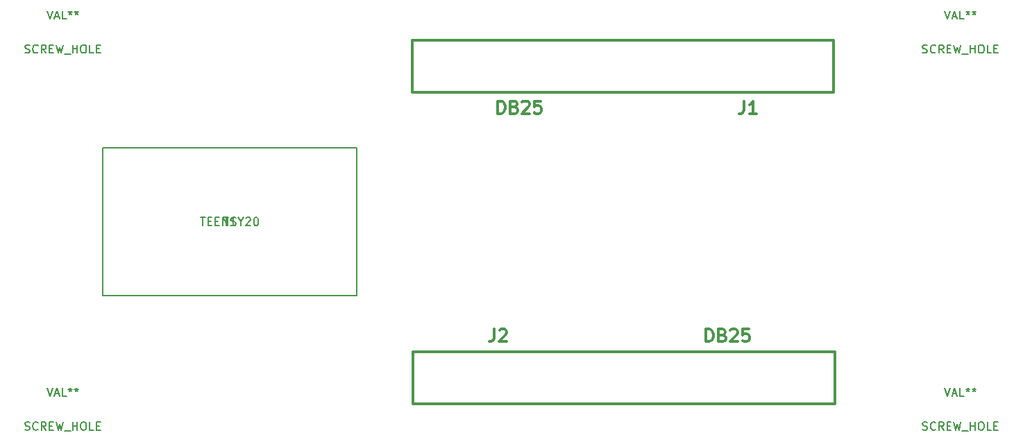
<source format=gto>
G04 #@! TF.FileFunction,Legend,Top*
%FSLAX46Y46*%
G04 Gerber Fmt 4.6, Leading zero omitted, Abs format (unit mm)*
G04 Created by KiCad (PCBNEW 4.0.7) date 12/13/17 15:12:22*
%MOMM*%
%LPD*%
G01*
G04 APERTURE LIST*
%ADD10C,0.100000*%
%ADD11C,0.150000*%
%ADD12C,0.304800*%
G04 APERTURE END LIST*
D10*
D11*
X8500000Y-17500000D02*
X39500000Y-17500000D01*
X39500000Y-17500000D02*
X39500000Y-35500000D01*
X39500000Y-35500000D02*
X8500000Y-35500000D01*
X8500000Y-35500000D02*
X8500000Y-17500000D01*
D12*
X46346000Y-42325000D02*
X46346000Y-42325000D01*
X46346000Y-42325000D02*
X46346000Y-48675000D01*
X46346000Y-48675000D02*
X97781000Y-48675000D01*
X97781000Y-48675000D02*
X97781000Y-42325000D01*
X97781000Y-42325000D02*
X46473000Y-42325000D01*
X46473000Y-42325000D02*
X46346000Y-42325000D01*
X97654000Y-10675000D02*
X97654000Y-10675000D01*
X97654000Y-10675000D02*
X97654000Y-4325000D01*
X97654000Y-4325000D02*
X46219000Y-4325000D01*
X46219000Y-4325000D02*
X46219000Y-10675000D01*
X46219000Y-10675000D02*
X97527000Y-10675000D01*
X97527000Y-10675000D02*
X97654000Y-10675000D01*
D11*
X23238095Y-25952381D02*
X23809524Y-25952381D01*
X23523809Y-26952381D02*
X23523809Y-25952381D01*
X24666667Y-26952381D02*
X24095238Y-26952381D01*
X24380952Y-26952381D02*
X24380952Y-25952381D01*
X24285714Y-26095238D01*
X24190476Y-26190476D01*
X24095238Y-26238095D01*
X20428571Y-25952381D02*
X21000000Y-25952381D01*
X20714285Y-26952381D02*
X20714285Y-25952381D01*
X21333333Y-26428571D02*
X21666667Y-26428571D01*
X21809524Y-26952381D02*
X21333333Y-26952381D01*
X21333333Y-25952381D01*
X21809524Y-25952381D01*
X22238095Y-26428571D02*
X22571429Y-26428571D01*
X22714286Y-26952381D02*
X22238095Y-26952381D01*
X22238095Y-25952381D01*
X22714286Y-25952381D01*
X23142857Y-26952381D02*
X23142857Y-25952381D01*
X23714286Y-26952381D01*
X23714286Y-25952381D01*
X24142857Y-26904762D02*
X24285714Y-26952381D01*
X24523810Y-26952381D01*
X24619048Y-26904762D01*
X24666667Y-26857143D01*
X24714286Y-26761905D01*
X24714286Y-26666667D01*
X24666667Y-26571429D01*
X24619048Y-26523810D01*
X24523810Y-26476190D01*
X24333333Y-26428571D01*
X24238095Y-26380952D01*
X24190476Y-26333333D01*
X24142857Y-26238095D01*
X24142857Y-26142857D01*
X24190476Y-26047619D01*
X24238095Y-26000000D01*
X24333333Y-25952381D01*
X24571429Y-25952381D01*
X24714286Y-26000000D01*
X25333333Y-26476190D02*
X25333333Y-26952381D01*
X25000000Y-25952381D02*
X25333333Y-26476190D01*
X25666667Y-25952381D01*
X25952381Y-26047619D02*
X26000000Y-26000000D01*
X26095238Y-25952381D01*
X26333334Y-25952381D01*
X26428572Y-26000000D01*
X26476191Y-26047619D01*
X26523810Y-26142857D01*
X26523810Y-26238095D01*
X26476191Y-26380952D01*
X25904762Y-26952381D01*
X26523810Y-26952381D01*
X27142857Y-25952381D02*
X27238096Y-25952381D01*
X27333334Y-26000000D01*
X27380953Y-26047619D01*
X27428572Y-26142857D01*
X27476191Y-26333333D01*
X27476191Y-26571429D01*
X27428572Y-26761905D01*
X27380953Y-26857143D01*
X27333334Y-26904762D01*
X27238096Y-26952381D01*
X27142857Y-26952381D01*
X27047619Y-26904762D01*
X27000000Y-26857143D01*
X26952381Y-26761905D01*
X26904762Y-26571429D01*
X26904762Y-26333333D01*
X26952381Y-26142857D01*
X27000000Y-26047619D01*
X27047619Y-26000000D01*
X27142857Y-25952381D01*
D12*
X56252000Y-39585429D02*
X56252000Y-40674000D01*
X56179428Y-40891714D01*
X56034285Y-41036857D01*
X55816571Y-41109429D01*
X55671428Y-41109429D01*
X56905143Y-39730571D02*
X56977714Y-39658000D01*
X57122857Y-39585429D01*
X57485714Y-39585429D01*
X57630857Y-39658000D01*
X57703428Y-39730571D01*
X57776000Y-39875714D01*
X57776000Y-40020857D01*
X57703428Y-40238571D01*
X56832571Y-41109429D01*
X57776000Y-41109429D01*
X82087428Y-41109429D02*
X82087428Y-39585429D01*
X82450285Y-39585429D01*
X82668000Y-39658000D01*
X82813142Y-39803143D01*
X82885714Y-39948286D01*
X82958285Y-40238571D01*
X82958285Y-40456286D01*
X82885714Y-40746571D01*
X82813142Y-40891714D01*
X82668000Y-41036857D01*
X82450285Y-41109429D01*
X82087428Y-41109429D01*
X84119428Y-40311143D02*
X84337142Y-40383714D01*
X84409714Y-40456286D01*
X84482285Y-40601429D01*
X84482285Y-40819143D01*
X84409714Y-40964286D01*
X84337142Y-41036857D01*
X84192000Y-41109429D01*
X83611428Y-41109429D01*
X83611428Y-39585429D01*
X84119428Y-39585429D01*
X84264571Y-39658000D01*
X84337142Y-39730571D01*
X84409714Y-39875714D01*
X84409714Y-40020857D01*
X84337142Y-40166000D01*
X84264571Y-40238571D01*
X84119428Y-40311143D01*
X83611428Y-40311143D01*
X85062857Y-39730571D02*
X85135428Y-39658000D01*
X85280571Y-39585429D01*
X85643428Y-39585429D01*
X85788571Y-39658000D01*
X85861142Y-39730571D01*
X85933714Y-39875714D01*
X85933714Y-40020857D01*
X85861142Y-40238571D01*
X84990285Y-41109429D01*
X85933714Y-41109429D01*
X87312571Y-39585429D02*
X86586857Y-39585429D01*
X86514286Y-40311143D01*
X86586857Y-40238571D01*
X86732000Y-40166000D01*
X87094857Y-40166000D01*
X87240000Y-40238571D01*
X87312571Y-40311143D01*
X87385143Y-40456286D01*
X87385143Y-40819143D01*
X87312571Y-40964286D01*
X87240000Y-41036857D01*
X87094857Y-41109429D01*
X86732000Y-41109429D01*
X86586857Y-41036857D01*
X86514286Y-40964286D01*
X86732000Y-11745429D02*
X86732000Y-12834000D01*
X86659428Y-13051714D01*
X86514285Y-13196857D01*
X86296571Y-13269429D01*
X86151428Y-13269429D01*
X88256000Y-13269429D02*
X87385143Y-13269429D01*
X87820571Y-13269429D02*
X87820571Y-11745429D01*
X87675428Y-11963143D01*
X87530286Y-12108286D01*
X87385143Y-12180857D01*
X56687428Y-13269429D02*
X56687428Y-11745429D01*
X57050285Y-11745429D01*
X57268000Y-11818000D01*
X57413142Y-11963143D01*
X57485714Y-12108286D01*
X57558285Y-12398571D01*
X57558285Y-12616286D01*
X57485714Y-12906571D01*
X57413142Y-13051714D01*
X57268000Y-13196857D01*
X57050285Y-13269429D01*
X56687428Y-13269429D01*
X58719428Y-12471143D02*
X58937142Y-12543714D01*
X59009714Y-12616286D01*
X59082285Y-12761429D01*
X59082285Y-12979143D01*
X59009714Y-13124286D01*
X58937142Y-13196857D01*
X58792000Y-13269429D01*
X58211428Y-13269429D01*
X58211428Y-11745429D01*
X58719428Y-11745429D01*
X58864571Y-11818000D01*
X58937142Y-11890571D01*
X59009714Y-12035714D01*
X59009714Y-12180857D01*
X58937142Y-12326000D01*
X58864571Y-12398571D01*
X58719428Y-12471143D01*
X58211428Y-12471143D01*
X59662857Y-11890571D02*
X59735428Y-11818000D01*
X59880571Y-11745429D01*
X60243428Y-11745429D01*
X60388571Y-11818000D01*
X60461142Y-11890571D01*
X60533714Y-12035714D01*
X60533714Y-12180857D01*
X60461142Y-12398571D01*
X59590285Y-13269429D01*
X60533714Y-13269429D01*
X61912571Y-11745429D02*
X61186857Y-11745429D01*
X61114286Y-12471143D01*
X61186857Y-12398571D01*
X61332000Y-12326000D01*
X61694857Y-12326000D01*
X61840000Y-12398571D01*
X61912571Y-12471143D01*
X61985143Y-12616286D01*
X61985143Y-12979143D01*
X61912571Y-13124286D01*
X61840000Y-13196857D01*
X61694857Y-13269429D01*
X61332000Y-13269429D01*
X61186857Y-13196857D01*
X61114286Y-13124286D01*
D11*
X-995238Y-5854762D02*
X-852381Y-5902381D01*
X-614285Y-5902381D01*
X-519047Y-5854762D01*
X-471428Y-5807143D01*
X-423809Y-5711905D01*
X-423809Y-5616667D01*
X-471428Y-5521429D01*
X-519047Y-5473810D01*
X-614285Y-5426190D01*
X-804762Y-5378571D01*
X-900000Y-5330952D01*
X-947619Y-5283333D01*
X-995238Y-5188095D01*
X-995238Y-5092857D01*
X-947619Y-4997619D01*
X-900000Y-4950000D01*
X-804762Y-4902381D01*
X-566666Y-4902381D01*
X-423809Y-4950000D01*
X576191Y-5807143D02*
X528572Y-5854762D01*
X385715Y-5902381D01*
X290477Y-5902381D01*
X147619Y-5854762D01*
X52381Y-5759524D01*
X4762Y-5664286D01*
X-42857Y-5473810D01*
X-42857Y-5330952D01*
X4762Y-5140476D01*
X52381Y-5045238D01*
X147619Y-4950000D01*
X290477Y-4902381D01*
X385715Y-4902381D01*
X528572Y-4950000D01*
X576191Y-4997619D01*
X1576191Y-5902381D02*
X1242857Y-5426190D01*
X1004762Y-5902381D02*
X1004762Y-4902381D01*
X1385715Y-4902381D01*
X1480953Y-4950000D01*
X1528572Y-4997619D01*
X1576191Y-5092857D01*
X1576191Y-5235714D01*
X1528572Y-5330952D01*
X1480953Y-5378571D01*
X1385715Y-5426190D01*
X1004762Y-5426190D01*
X2004762Y-5378571D02*
X2338096Y-5378571D01*
X2480953Y-5902381D02*
X2004762Y-5902381D01*
X2004762Y-4902381D01*
X2480953Y-4902381D01*
X2814286Y-4902381D02*
X3052381Y-5902381D01*
X3242858Y-5188095D01*
X3433334Y-5902381D01*
X3671429Y-4902381D01*
X3814286Y-5997619D02*
X4576191Y-5997619D01*
X4814286Y-5902381D02*
X4814286Y-4902381D01*
X4814286Y-5378571D02*
X5385715Y-5378571D01*
X5385715Y-5902381D02*
X5385715Y-4902381D01*
X6052381Y-4902381D02*
X6242858Y-4902381D01*
X6338096Y-4950000D01*
X6433334Y-5045238D01*
X6480953Y-5235714D01*
X6480953Y-5569048D01*
X6433334Y-5759524D01*
X6338096Y-5854762D01*
X6242858Y-5902381D01*
X6052381Y-5902381D01*
X5957143Y-5854762D01*
X5861905Y-5759524D01*
X5814286Y-5569048D01*
X5814286Y-5235714D01*
X5861905Y-5045238D01*
X5957143Y-4950000D01*
X6052381Y-4902381D01*
X7385715Y-5902381D02*
X6909524Y-5902381D01*
X6909524Y-4902381D01*
X7719048Y-5378571D02*
X8052382Y-5378571D01*
X8195239Y-5902381D02*
X7719048Y-5902381D01*
X7719048Y-4902381D01*
X8195239Y-4902381D01*
X1721428Y-752381D02*
X2054761Y-1752381D01*
X2388095Y-752381D01*
X2673809Y-1466667D02*
X3150000Y-1466667D01*
X2578571Y-1752381D02*
X2911904Y-752381D01*
X3245238Y-1752381D01*
X4054762Y-1752381D02*
X3578571Y-1752381D01*
X3578571Y-752381D01*
X4530952Y-752381D02*
X4530952Y-990476D01*
X4292857Y-895238D02*
X4530952Y-990476D01*
X4769048Y-895238D01*
X4388095Y-1180952D02*
X4530952Y-990476D01*
X4673810Y-1180952D01*
X5292857Y-752381D02*
X5292857Y-990476D01*
X5054762Y-895238D02*
X5292857Y-990476D01*
X5530953Y-895238D01*
X5150000Y-1180952D02*
X5292857Y-990476D01*
X5435715Y-1180952D01*
X-995238Y-51854762D02*
X-852381Y-51902381D01*
X-614285Y-51902381D01*
X-519047Y-51854762D01*
X-471428Y-51807143D01*
X-423809Y-51711905D01*
X-423809Y-51616667D01*
X-471428Y-51521429D01*
X-519047Y-51473810D01*
X-614285Y-51426190D01*
X-804762Y-51378571D01*
X-900000Y-51330952D01*
X-947619Y-51283333D01*
X-995238Y-51188095D01*
X-995238Y-51092857D01*
X-947619Y-50997619D01*
X-900000Y-50950000D01*
X-804762Y-50902381D01*
X-566666Y-50902381D01*
X-423809Y-50950000D01*
X576191Y-51807143D02*
X528572Y-51854762D01*
X385715Y-51902381D01*
X290477Y-51902381D01*
X147619Y-51854762D01*
X52381Y-51759524D01*
X4762Y-51664286D01*
X-42857Y-51473810D01*
X-42857Y-51330952D01*
X4762Y-51140476D01*
X52381Y-51045238D01*
X147619Y-50950000D01*
X290477Y-50902381D01*
X385715Y-50902381D01*
X528572Y-50950000D01*
X576191Y-50997619D01*
X1576191Y-51902381D02*
X1242857Y-51426190D01*
X1004762Y-51902381D02*
X1004762Y-50902381D01*
X1385715Y-50902381D01*
X1480953Y-50950000D01*
X1528572Y-50997619D01*
X1576191Y-51092857D01*
X1576191Y-51235714D01*
X1528572Y-51330952D01*
X1480953Y-51378571D01*
X1385715Y-51426190D01*
X1004762Y-51426190D01*
X2004762Y-51378571D02*
X2338096Y-51378571D01*
X2480953Y-51902381D02*
X2004762Y-51902381D01*
X2004762Y-50902381D01*
X2480953Y-50902381D01*
X2814286Y-50902381D02*
X3052381Y-51902381D01*
X3242858Y-51188095D01*
X3433334Y-51902381D01*
X3671429Y-50902381D01*
X3814286Y-51997619D02*
X4576191Y-51997619D01*
X4814286Y-51902381D02*
X4814286Y-50902381D01*
X4814286Y-51378571D02*
X5385715Y-51378571D01*
X5385715Y-51902381D02*
X5385715Y-50902381D01*
X6052381Y-50902381D02*
X6242858Y-50902381D01*
X6338096Y-50950000D01*
X6433334Y-51045238D01*
X6480953Y-51235714D01*
X6480953Y-51569048D01*
X6433334Y-51759524D01*
X6338096Y-51854762D01*
X6242858Y-51902381D01*
X6052381Y-51902381D01*
X5957143Y-51854762D01*
X5861905Y-51759524D01*
X5814286Y-51569048D01*
X5814286Y-51235714D01*
X5861905Y-51045238D01*
X5957143Y-50950000D01*
X6052381Y-50902381D01*
X7385715Y-51902381D02*
X6909524Y-51902381D01*
X6909524Y-50902381D01*
X7719048Y-51378571D02*
X8052382Y-51378571D01*
X8195239Y-51902381D02*
X7719048Y-51902381D01*
X7719048Y-50902381D01*
X8195239Y-50902381D01*
X1721428Y-46752381D02*
X2054761Y-47752381D01*
X2388095Y-46752381D01*
X2673809Y-47466667D02*
X3150000Y-47466667D01*
X2578571Y-47752381D02*
X2911904Y-46752381D01*
X3245238Y-47752381D01*
X4054762Y-47752381D02*
X3578571Y-47752381D01*
X3578571Y-46752381D01*
X4530952Y-46752381D02*
X4530952Y-46990476D01*
X4292857Y-46895238D02*
X4530952Y-46990476D01*
X4769048Y-46895238D01*
X4388095Y-47180952D02*
X4530952Y-46990476D01*
X4673810Y-47180952D01*
X5292857Y-46752381D02*
X5292857Y-46990476D01*
X5054762Y-46895238D02*
X5292857Y-46990476D01*
X5530953Y-46895238D01*
X5150000Y-47180952D02*
X5292857Y-46990476D01*
X5435715Y-47180952D01*
X108504762Y-5854762D02*
X108647619Y-5902381D01*
X108885715Y-5902381D01*
X108980953Y-5854762D01*
X109028572Y-5807143D01*
X109076191Y-5711905D01*
X109076191Y-5616667D01*
X109028572Y-5521429D01*
X108980953Y-5473810D01*
X108885715Y-5426190D01*
X108695238Y-5378571D01*
X108600000Y-5330952D01*
X108552381Y-5283333D01*
X108504762Y-5188095D01*
X108504762Y-5092857D01*
X108552381Y-4997619D01*
X108600000Y-4950000D01*
X108695238Y-4902381D01*
X108933334Y-4902381D01*
X109076191Y-4950000D01*
X110076191Y-5807143D02*
X110028572Y-5854762D01*
X109885715Y-5902381D01*
X109790477Y-5902381D01*
X109647619Y-5854762D01*
X109552381Y-5759524D01*
X109504762Y-5664286D01*
X109457143Y-5473810D01*
X109457143Y-5330952D01*
X109504762Y-5140476D01*
X109552381Y-5045238D01*
X109647619Y-4950000D01*
X109790477Y-4902381D01*
X109885715Y-4902381D01*
X110028572Y-4950000D01*
X110076191Y-4997619D01*
X111076191Y-5902381D02*
X110742857Y-5426190D01*
X110504762Y-5902381D02*
X110504762Y-4902381D01*
X110885715Y-4902381D01*
X110980953Y-4950000D01*
X111028572Y-4997619D01*
X111076191Y-5092857D01*
X111076191Y-5235714D01*
X111028572Y-5330952D01*
X110980953Y-5378571D01*
X110885715Y-5426190D01*
X110504762Y-5426190D01*
X111504762Y-5378571D02*
X111838096Y-5378571D01*
X111980953Y-5902381D02*
X111504762Y-5902381D01*
X111504762Y-4902381D01*
X111980953Y-4902381D01*
X112314286Y-4902381D02*
X112552381Y-5902381D01*
X112742858Y-5188095D01*
X112933334Y-5902381D01*
X113171429Y-4902381D01*
X113314286Y-5997619D02*
X114076191Y-5997619D01*
X114314286Y-5902381D02*
X114314286Y-4902381D01*
X114314286Y-5378571D02*
X114885715Y-5378571D01*
X114885715Y-5902381D02*
X114885715Y-4902381D01*
X115552381Y-4902381D02*
X115742858Y-4902381D01*
X115838096Y-4950000D01*
X115933334Y-5045238D01*
X115980953Y-5235714D01*
X115980953Y-5569048D01*
X115933334Y-5759524D01*
X115838096Y-5854762D01*
X115742858Y-5902381D01*
X115552381Y-5902381D01*
X115457143Y-5854762D01*
X115361905Y-5759524D01*
X115314286Y-5569048D01*
X115314286Y-5235714D01*
X115361905Y-5045238D01*
X115457143Y-4950000D01*
X115552381Y-4902381D01*
X116885715Y-5902381D02*
X116409524Y-5902381D01*
X116409524Y-4902381D01*
X117219048Y-5378571D02*
X117552382Y-5378571D01*
X117695239Y-5902381D02*
X117219048Y-5902381D01*
X117219048Y-4902381D01*
X117695239Y-4902381D01*
X111221428Y-752381D02*
X111554761Y-1752381D01*
X111888095Y-752381D01*
X112173809Y-1466667D02*
X112650000Y-1466667D01*
X112078571Y-1752381D02*
X112411904Y-752381D01*
X112745238Y-1752381D01*
X113554762Y-1752381D02*
X113078571Y-1752381D01*
X113078571Y-752381D01*
X114030952Y-752381D02*
X114030952Y-990476D01*
X113792857Y-895238D02*
X114030952Y-990476D01*
X114269048Y-895238D01*
X113888095Y-1180952D02*
X114030952Y-990476D01*
X114173810Y-1180952D01*
X114792857Y-752381D02*
X114792857Y-990476D01*
X114554762Y-895238D02*
X114792857Y-990476D01*
X115030953Y-895238D01*
X114650000Y-1180952D02*
X114792857Y-990476D01*
X114935715Y-1180952D01*
X108504762Y-51854762D02*
X108647619Y-51902381D01*
X108885715Y-51902381D01*
X108980953Y-51854762D01*
X109028572Y-51807143D01*
X109076191Y-51711905D01*
X109076191Y-51616667D01*
X109028572Y-51521429D01*
X108980953Y-51473810D01*
X108885715Y-51426190D01*
X108695238Y-51378571D01*
X108600000Y-51330952D01*
X108552381Y-51283333D01*
X108504762Y-51188095D01*
X108504762Y-51092857D01*
X108552381Y-50997619D01*
X108600000Y-50950000D01*
X108695238Y-50902381D01*
X108933334Y-50902381D01*
X109076191Y-50950000D01*
X110076191Y-51807143D02*
X110028572Y-51854762D01*
X109885715Y-51902381D01*
X109790477Y-51902381D01*
X109647619Y-51854762D01*
X109552381Y-51759524D01*
X109504762Y-51664286D01*
X109457143Y-51473810D01*
X109457143Y-51330952D01*
X109504762Y-51140476D01*
X109552381Y-51045238D01*
X109647619Y-50950000D01*
X109790477Y-50902381D01*
X109885715Y-50902381D01*
X110028572Y-50950000D01*
X110076191Y-50997619D01*
X111076191Y-51902381D02*
X110742857Y-51426190D01*
X110504762Y-51902381D02*
X110504762Y-50902381D01*
X110885715Y-50902381D01*
X110980953Y-50950000D01*
X111028572Y-50997619D01*
X111076191Y-51092857D01*
X111076191Y-51235714D01*
X111028572Y-51330952D01*
X110980953Y-51378571D01*
X110885715Y-51426190D01*
X110504762Y-51426190D01*
X111504762Y-51378571D02*
X111838096Y-51378571D01*
X111980953Y-51902381D02*
X111504762Y-51902381D01*
X111504762Y-50902381D01*
X111980953Y-50902381D01*
X112314286Y-50902381D02*
X112552381Y-51902381D01*
X112742858Y-51188095D01*
X112933334Y-51902381D01*
X113171429Y-50902381D01*
X113314286Y-51997619D02*
X114076191Y-51997619D01*
X114314286Y-51902381D02*
X114314286Y-50902381D01*
X114314286Y-51378571D02*
X114885715Y-51378571D01*
X114885715Y-51902381D02*
X114885715Y-50902381D01*
X115552381Y-50902381D02*
X115742858Y-50902381D01*
X115838096Y-50950000D01*
X115933334Y-51045238D01*
X115980953Y-51235714D01*
X115980953Y-51569048D01*
X115933334Y-51759524D01*
X115838096Y-51854762D01*
X115742858Y-51902381D01*
X115552381Y-51902381D01*
X115457143Y-51854762D01*
X115361905Y-51759524D01*
X115314286Y-51569048D01*
X115314286Y-51235714D01*
X115361905Y-51045238D01*
X115457143Y-50950000D01*
X115552381Y-50902381D01*
X116885715Y-51902381D02*
X116409524Y-51902381D01*
X116409524Y-50902381D01*
X117219048Y-51378571D02*
X117552382Y-51378571D01*
X117695239Y-51902381D02*
X117219048Y-51902381D01*
X117219048Y-50902381D01*
X117695239Y-50902381D01*
X111221428Y-46752381D02*
X111554761Y-47752381D01*
X111888095Y-46752381D01*
X112173809Y-47466667D02*
X112650000Y-47466667D01*
X112078571Y-47752381D02*
X112411904Y-46752381D01*
X112745238Y-47752381D01*
X113554762Y-47752381D02*
X113078571Y-47752381D01*
X113078571Y-46752381D01*
X114030952Y-46752381D02*
X114030952Y-46990476D01*
X113792857Y-46895238D02*
X114030952Y-46990476D01*
X114269048Y-46895238D01*
X113888095Y-47180952D02*
X114030952Y-46990476D01*
X114173810Y-47180952D01*
X114792857Y-46752381D02*
X114792857Y-46990476D01*
X114554762Y-46895238D02*
X114792857Y-46990476D01*
X115030953Y-46895238D01*
X114650000Y-47180952D02*
X114792857Y-46990476D01*
X114935715Y-47180952D01*
M02*

</source>
